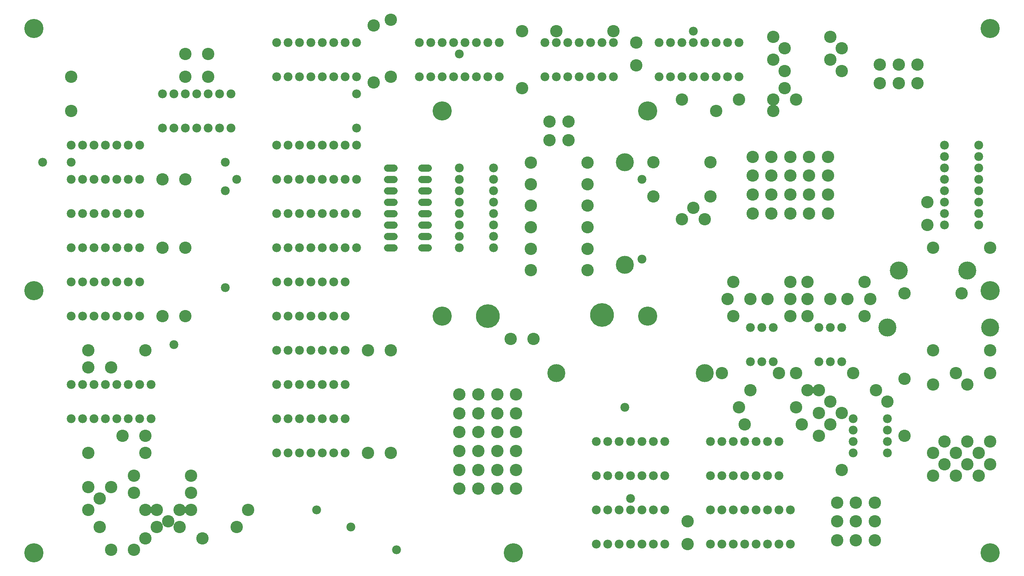
<source format=gbr>
G04 EAGLE Gerber RS-274X export*
G75*
%MOMM*%
%FSLAX34Y34*%
%LPD*%
%INSoldermask Bottom*%
%IPPOS*%
%AMOC8*
5,1,8,0,0,1.08239X$1,22.5*%
G01*
%ADD10C,4.267200*%
%ADD11C,2.743200*%
%ADD12C,4.013200*%
%ADD13C,5.283200*%
%ADD14C,1.981200*%
%ADD15C,1.611200*%


D10*
X50800Y1219200D03*
X50800Y635000D03*
X50800Y50800D03*
X1117600Y50800D03*
X958850Y577850D03*
X1416050Y577850D03*
X1416050Y1035050D03*
X958850Y1035050D03*
X2178050Y1219200D03*
X2178050Y635000D03*
X2178050Y50800D03*
D11*
X133350Y1035050D03*
D12*
X1212850Y450850D03*
D13*
X1314450Y580390D03*
D14*
X311150Y425450D03*
X285750Y425450D03*
X260350Y425450D03*
X234950Y425450D03*
X209550Y425450D03*
X184150Y425450D03*
X158750Y425450D03*
X133350Y425450D03*
X133350Y349250D03*
X158750Y349250D03*
X184150Y349250D03*
X209550Y349250D03*
X234950Y349250D03*
X260350Y349250D03*
X285750Y349250D03*
X311150Y349250D03*
X768350Y958850D03*
X742950Y958850D03*
X717550Y958850D03*
X692150Y958850D03*
X666750Y958850D03*
X641350Y958850D03*
X615950Y958850D03*
X590550Y958850D03*
X590550Y882650D03*
X615950Y882650D03*
X641350Y882650D03*
X666750Y882650D03*
X692150Y882650D03*
X717550Y882650D03*
X742950Y882650D03*
X768350Y882650D03*
X768350Y806450D03*
X742950Y806450D03*
X717550Y806450D03*
X692150Y806450D03*
X666750Y806450D03*
X641350Y806450D03*
X615950Y806450D03*
X590550Y806450D03*
X590550Y730250D03*
X615950Y730250D03*
X641350Y730250D03*
X666750Y730250D03*
X692150Y730250D03*
X717550Y730250D03*
X742950Y730250D03*
X768350Y730250D03*
X285750Y958850D03*
X260350Y958850D03*
X234950Y958850D03*
X209550Y958850D03*
X184150Y958850D03*
X158750Y958850D03*
X133350Y958850D03*
X133350Y882650D03*
X158750Y882650D03*
X184150Y882650D03*
X209550Y882650D03*
X234950Y882650D03*
X260350Y882650D03*
X285750Y882650D03*
X285750Y806450D03*
X260350Y806450D03*
X234950Y806450D03*
X209550Y806450D03*
X184150Y806450D03*
X158750Y806450D03*
X133350Y806450D03*
X133350Y730250D03*
X158750Y730250D03*
X184150Y730250D03*
X209550Y730250D03*
X234950Y730250D03*
X260350Y730250D03*
X285750Y730250D03*
X285750Y654050D03*
X260350Y654050D03*
X234950Y654050D03*
X209550Y654050D03*
X184150Y654050D03*
X158750Y654050D03*
X133350Y654050D03*
X133350Y577850D03*
X158750Y577850D03*
X184150Y577850D03*
X209550Y577850D03*
X234950Y577850D03*
X260350Y577850D03*
X285750Y577850D03*
X2076450Y958850D03*
X2076450Y933450D03*
X2076450Y908050D03*
X2076450Y882650D03*
X2076450Y857250D03*
X2076450Y831850D03*
X2076450Y806450D03*
X2076450Y781050D03*
X2152650Y781050D03*
X2152650Y806450D03*
X2152650Y831850D03*
X2152650Y857250D03*
X2152650Y882650D03*
X2152650Y908050D03*
X2152650Y933450D03*
X2152650Y958850D03*
X996950Y908050D03*
X996950Y882650D03*
X996950Y857250D03*
X996950Y831850D03*
X996950Y806450D03*
X996950Y781050D03*
X996950Y755650D03*
X996950Y730250D03*
X1073150Y730250D03*
X1073150Y755650D03*
X1073150Y781050D03*
X1073150Y806450D03*
X1073150Y831850D03*
X1073150Y857250D03*
X1073150Y882650D03*
X1073150Y908050D03*
X1085850Y1187450D03*
X1060450Y1187450D03*
X1035050Y1187450D03*
X1009650Y1187450D03*
X984250Y1187450D03*
X958850Y1187450D03*
X933450Y1187450D03*
X908050Y1187450D03*
X908050Y1111250D03*
X933450Y1111250D03*
X958850Y1111250D03*
X984250Y1111250D03*
X1009650Y1111250D03*
X1035050Y1111250D03*
X1060450Y1111250D03*
X1085850Y1111250D03*
X1619250Y1187450D03*
X1593850Y1187450D03*
X1568450Y1187450D03*
X1543050Y1187450D03*
X1517650Y1187450D03*
X1492250Y1187450D03*
X1466850Y1187450D03*
X1441450Y1187450D03*
X1441450Y1111250D03*
X1466850Y1111250D03*
X1492250Y1111250D03*
X1517650Y1111250D03*
X1543050Y1111250D03*
X1568450Y1111250D03*
X1593850Y1111250D03*
X1619250Y1111250D03*
X1339850Y1187450D03*
X1314450Y1187450D03*
X1289050Y1187450D03*
X1263650Y1187450D03*
X1238250Y1187450D03*
X1212850Y1187450D03*
X1187450Y1187450D03*
X1187450Y1111250D03*
X1212850Y1111250D03*
X1238250Y1111250D03*
X1263650Y1111250D03*
X1289050Y1111250D03*
X1314450Y1111250D03*
X1339850Y1111250D03*
X742950Y654050D03*
X717550Y654050D03*
X692150Y654050D03*
X666750Y654050D03*
X641350Y654050D03*
X615950Y654050D03*
X590550Y654050D03*
X590550Y577850D03*
X615950Y577850D03*
X641350Y577850D03*
X666750Y577850D03*
X692150Y577850D03*
X717550Y577850D03*
X742950Y577850D03*
X742950Y501650D03*
X717550Y501650D03*
X692150Y501650D03*
X666750Y501650D03*
X641350Y501650D03*
X615950Y501650D03*
X590550Y501650D03*
X590550Y425450D03*
X615950Y425450D03*
X641350Y425450D03*
X666750Y425450D03*
X692150Y425450D03*
X717550Y425450D03*
X742950Y425450D03*
X742950Y349250D03*
X717550Y349250D03*
X692150Y349250D03*
X666750Y349250D03*
X641350Y349250D03*
X615950Y349250D03*
X590550Y349250D03*
X590550Y273050D03*
X615950Y273050D03*
X641350Y273050D03*
X666750Y273050D03*
X692150Y273050D03*
X717550Y273050D03*
X742950Y273050D03*
X1454150Y298450D03*
X1428750Y298450D03*
X1403350Y298450D03*
X1377950Y298450D03*
X1352550Y298450D03*
X1327150Y298450D03*
X1301750Y298450D03*
X1301750Y222250D03*
X1327150Y222250D03*
X1352550Y222250D03*
X1377950Y222250D03*
X1403350Y222250D03*
X1428750Y222250D03*
X1454150Y222250D03*
X1454150Y146050D03*
X1428750Y146050D03*
X1403350Y146050D03*
X1377950Y146050D03*
X1352550Y146050D03*
X1327150Y146050D03*
X1301750Y146050D03*
X1301750Y69850D03*
X1327150Y69850D03*
X1352550Y69850D03*
X1377950Y69850D03*
X1403350Y69850D03*
X1428750Y69850D03*
X1454150Y69850D03*
X1708150Y298450D03*
X1682750Y298450D03*
X1657350Y298450D03*
X1631950Y298450D03*
X1606550Y298450D03*
X1581150Y298450D03*
X1555750Y298450D03*
X1555750Y222250D03*
X1581150Y222250D03*
X1606550Y222250D03*
X1631950Y222250D03*
X1657350Y222250D03*
X1682750Y222250D03*
X1708150Y222250D03*
X1733550Y146050D03*
X1708150Y146050D03*
X1682750Y146050D03*
X1657350Y146050D03*
X1631950Y146050D03*
X1606550Y146050D03*
X1581150Y146050D03*
X1555750Y146050D03*
X1555750Y69850D03*
X1581150Y69850D03*
X1606550Y69850D03*
X1631950Y69850D03*
X1657350Y69850D03*
X1682750Y69850D03*
X1708150Y69850D03*
X1733550Y69850D03*
X1873250Y349250D03*
X1873250Y323850D03*
X1873250Y298450D03*
X1873250Y273050D03*
X1949450Y273050D03*
X1949450Y298450D03*
X1949450Y323850D03*
X1949450Y349250D03*
X1695450Y552450D03*
X1670050Y552450D03*
X1644650Y552450D03*
X1644650Y476250D03*
X1670050Y476250D03*
X1695450Y476250D03*
X1847850Y552450D03*
X1822450Y552450D03*
X1797050Y552450D03*
X1797050Y476250D03*
X1822450Y476250D03*
X1847850Y476250D03*
D15*
X851590Y908050D02*
X837510Y908050D01*
X837510Y882650D02*
X851590Y882650D01*
X851590Y857250D02*
X837510Y857250D01*
X837510Y831850D02*
X851590Y831850D01*
X851590Y806450D02*
X837510Y806450D01*
X837510Y781050D02*
X851590Y781050D01*
X851590Y755650D02*
X837510Y755650D01*
X837510Y730250D02*
X851590Y730250D01*
X913710Y730250D02*
X927790Y730250D01*
X927790Y755650D02*
X913710Y755650D01*
X913710Y781050D02*
X927790Y781050D01*
X927790Y806450D02*
X913710Y806450D01*
X913710Y831850D02*
X927790Y831850D01*
X927790Y857250D02*
X913710Y857250D01*
X913710Y882650D02*
X927790Y882650D01*
X927790Y908050D02*
X913710Y908050D01*
D14*
X768350Y1187450D03*
X742950Y1187450D03*
X717550Y1187450D03*
X692150Y1187450D03*
X666750Y1187450D03*
X641350Y1187450D03*
X615950Y1187450D03*
X590550Y1187450D03*
X590550Y1111250D03*
X615950Y1111250D03*
X641350Y1111250D03*
X666750Y1111250D03*
X692150Y1111250D03*
X717550Y1111250D03*
X742950Y1111250D03*
X768350Y1111250D03*
X488950Y1073150D03*
X463550Y1073150D03*
X438150Y1073150D03*
X412750Y1073150D03*
X387350Y1073150D03*
X361950Y1073150D03*
X336550Y1073150D03*
X336550Y996950D03*
X361950Y996950D03*
X387350Y996950D03*
X412750Y996950D03*
X438150Y996950D03*
X463550Y996950D03*
X488950Y996950D03*
X133350Y920750D03*
X69850Y920750D03*
D11*
X133350Y1111250D03*
X336550Y882650D03*
X387350Y882650D03*
X336550Y730250D03*
X387350Y730250D03*
X336550Y577850D03*
X387350Y577850D03*
X222250Y463550D03*
X171450Y463550D03*
X171450Y501650D03*
X298450Y501650D03*
X247650Y311150D03*
X298450Y311150D03*
X298450Y273050D03*
X171450Y273050D03*
X171450Y196850D03*
X222250Y196850D03*
X196850Y171450D03*
X171450Y146050D03*
X196850Y107950D03*
X222250Y57150D03*
X273050Y57150D03*
X298450Y82550D03*
X298450Y146050D03*
X323850Y146050D03*
X323850Y107950D03*
X349250Y120650D03*
X374650Y107950D03*
X374650Y146050D03*
X400050Y146050D03*
X425450Y82550D03*
X501650Y107950D03*
X527050Y146050D03*
X273050Y184150D03*
X273050Y222250D03*
X400050Y184150D03*
X400050Y222250D03*
D14*
X476250Y641350D03*
X476250Y857250D03*
X476250Y920750D03*
X501650Y882650D03*
X768350Y996950D03*
X768350Y1073150D03*
D11*
X387350Y1111250D03*
X438150Y1111250D03*
X438150Y1162050D03*
X387350Y1162050D03*
X806450Y1225550D03*
X844550Y1238250D03*
X1136650Y1212850D03*
X1212850Y1212850D03*
X1339850Y1212850D03*
X1390650Y1187450D03*
X1695450Y1200150D03*
X1720850Y1174750D03*
X1695450Y1149350D03*
X1720850Y1123950D03*
X1720850Y1085850D03*
X1746250Y1060450D03*
X1695450Y1060450D03*
X1695450Y1035050D03*
X1619250Y1060450D03*
X1568450Y1035050D03*
X1492250Y1060450D03*
X1390650Y1136650D03*
X1428750Y920750D03*
X1555750Y920750D03*
X1428750Y844550D03*
X1555750Y844550D03*
X1517650Y819150D03*
X1543050Y793750D03*
X1492250Y793750D03*
X793750Y273050D03*
X844550Y273050D03*
X793750Y501650D03*
X844550Y501650D03*
X806450Y1098550D03*
X844550Y1111250D03*
D14*
X679450Y146050D03*
X755650Y107950D03*
X857250Y57150D03*
D11*
X1111250Y527050D03*
X1162050Y527050D03*
X1847850Y234950D03*
X1797050Y311150D03*
X1822450Y336550D03*
X1847850Y361950D03*
X1797050Y361950D03*
X1822450Y387350D03*
X1758950Y336550D03*
X1746250Y374650D03*
X1631950Y336550D03*
X1619250Y374650D03*
X1644650Y412750D03*
X1771650Y412750D03*
X1797050Y412750D03*
X1746250Y450850D03*
X1708150Y450850D03*
X1581150Y450850D03*
X1606550Y577850D03*
X1593850Y615950D03*
X1606550Y654050D03*
X1644650Y615950D03*
X1682750Y615950D03*
X1733550Y615950D03*
X1771650Y615950D03*
X1771650Y654050D03*
X1733550Y654050D03*
X1733550Y577850D03*
X1771650Y577850D03*
X1822450Y615950D03*
X1860550Y615950D03*
X1898650Y654050D03*
X1911350Y615950D03*
X1898650Y577850D03*
X1987550Y628650D03*
X2038350Y781050D03*
X2038350Y831850D03*
X2051050Y730250D03*
X2178050Y730250D03*
X2114550Y628650D03*
X1822450Y1200150D03*
X1847850Y1174750D03*
X1822450Y1149350D03*
X1847850Y1123950D03*
D12*
X1365250Y920750D03*
D14*
X361950Y514350D03*
X1377950Y171450D03*
D11*
X1504950Y120650D03*
X1504950Y69850D03*
D14*
X996950Y1162050D03*
X1403350Y882650D03*
X1517650Y1212850D03*
D11*
X1924050Y412750D03*
X1949450Y387350D03*
X1873250Y450850D03*
X1987550Y311150D03*
X1987550Y438150D03*
X2051050Y501650D03*
X2178050Y501650D03*
D12*
X2178050Y552450D03*
X2127250Y679450D03*
X1949450Y552450D03*
X1974850Y679450D03*
X1543050Y450850D03*
D14*
X1403350Y704850D03*
X1365250Y374650D03*
D12*
X1365250Y692150D03*
D13*
X1060450Y577850D03*
D11*
X1136650Y1085850D03*
X2051050Y222250D03*
X2101850Y222250D03*
X2152650Y222250D03*
X2076450Y247650D03*
X2127250Y247650D03*
X2178050Y247650D03*
X2051050Y273050D03*
X2101850Y273050D03*
X2152650Y273050D03*
X2076450Y298450D03*
X2127250Y298450D03*
X2178050Y298450D03*
X2051050Y425450D03*
X2101850Y450850D03*
X2127250Y425450D03*
X2178050Y450850D03*
X1198200Y969600D03*
X1240200Y969600D03*
X1198200Y1011600D03*
X1240200Y1011600D03*
X1932850Y1138600D03*
X1932850Y1096600D03*
X1974850Y1138600D03*
X1974850Y1096600D03*
X2016850Y1138600D03*
X2016850Y1096600D03*
X1837600Y78650D03*
X1879600Y78650D03*
X1921600Y78650D03*
X1837600Y120650D03*
X1879600Y120650D03*
X1921600Y120650D03*
X1837600Y162650D03*
X1879600Y162650D03*
X1921600Y162650D03*
X1649550Y932950D03*
X1649550Y890950D03*
X1649550Y848950D03*
X1649550Y806950D03*
X1691550Y932950D03*
X1691550Y890950D03*
X1691550Y848950D03*
X1691550Y806950D03*
X1733550Y932950D03*
X1733550Y890950D03*
X1733550Y848950D03*
X1733550Y806950D03*
X1775550Y932950D03*
X1775550Y890950D03*
X1775550Y848950D03*
X1775550Y806950D03*
X1817550Y932950D03*
X1817550Y890950D03*
X1817550Y848950D03*
X1817550Y806950D03*
X997450Y193450D03*
X1039450Y193450D03*
X1081450Y193450D03*
X1123450Y193450D03*
X997450Y235450D03*
X1039450Y235450D03*
X1081450Y235450D03*
X1123450Y235450D03*
X997450Y277450D03*
X1039450Y277450D03*
X1081450Y277450D03*
X1123450Y277450D03*
X997450Y319450D03*
X1039450Y319450D03*
X1081450Y319450D03*
X1123450Y319450D03*
X997450Y361450D03*
X1039450Y361450D03*
X1081450Y361450D03*
X1123450Y361450D03*
X997450Y403450D03*
X1039450Y403450D03*
X1081450Y403450D03*
X1123450Y403450D03*
X1156200Y920100D03*
X1282200Y920100D03*
X1156200Y872100D03*
X1282200Y872100D03*
X1156200Y824100D03*
X1282200Y824100D03*
X1156200Y776100D03*
X1282200Y776100D03*
X1156200Y728100D03*
X1282200Y728100D03*
X1156200Y680100D03*
X1282200Y680100D03*
M02*

</source>
